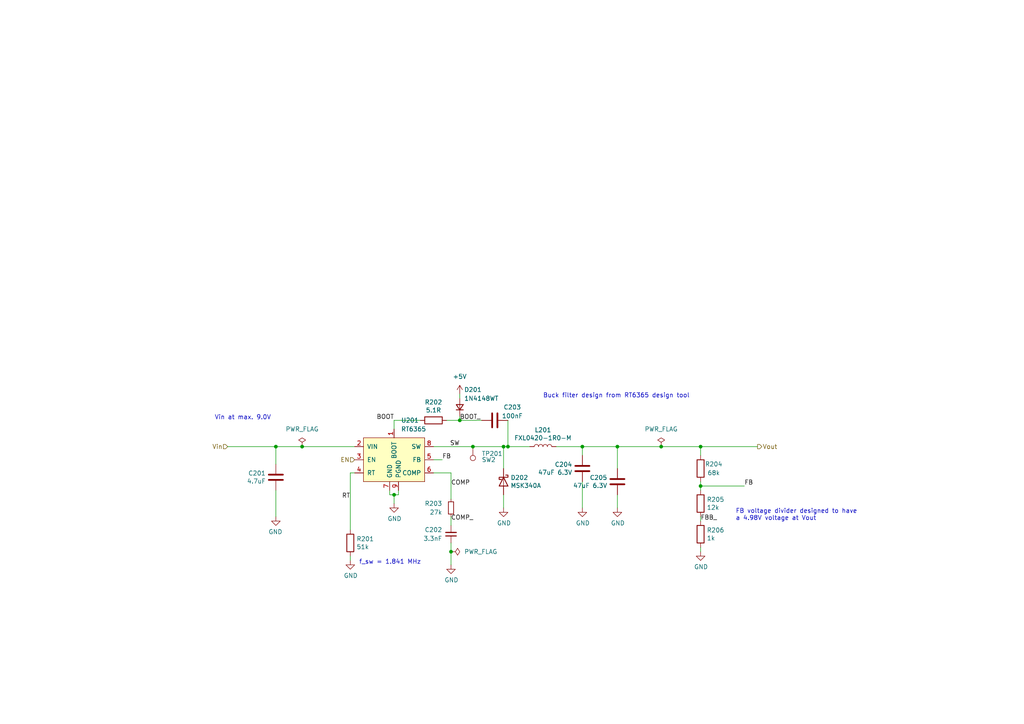
<source format=kicad_sch>
(kicad_sch (version 20230121) (generator eeschema)
  (paper "A4")
  (title_block (title "Sailor Hat for Raspberry Pi") (date "2023-02-12") (rev "v2.0.0") (company "Hat Labs Ltd") (comment 1 "https://creativecommons.org/licenses/by/4.0") (comment 2 "To view a copy of this license, visit ") (comment 3 "Sailor Hat for Raspberry Pi is licensed under CC BY 4.0."))
  (lib_symbols
    (symbol "Connector:TestPoint" (pin_numbers hide) (pin_names (offset 0.762) hide)
      (property "Reference" "TP" (at 0 6.858 0))
      (property "Value" "TestPoint" (at 0 5.08 0))
      (symbol "TestPoint_0_1"
        (circle (center 0 3.302) (radius 0.762))
      )
      (symbol "TestPoint_1_1"
        (pin passive line (at 0 0 90) (length 2.54) (name "1") (number "1"))
      )
    )
    (symbol "Device:C" (pin_numbers hide) (pin_names (offset 0.254))
      (property "Reference" "C" (at 0.635 2.54 0))
      (property "Value" "C" (at 0.635 -2.54 0))
      (symbol "C_0_1"
        (polyline (pts (xy -2.032 -0.762) (xy 2.032 -0.762)) (stroke (width 0.508)))
        (polyline (pts (xy -2.032 0.762) (xy 2.032 0.762)) (stroke (width 0.508)))
      )
      (symbol "C_1_1"
        (pin passive line (at 0 3.81 270) (length 2.794) (name "~") (number "1"))
        (pin passive line (at 0 -3.81 90) (length 2.794) (name "~") (number "2"))
      )
    )
    (symbol "Device:C_Small" (pin_numbers hide) (pin_names (offset 0.254) hide)
      (property "Reference" "C" (at 0.254 1.778 0))
      (property "Value" "C_Small" (at 0.254 -2.032 0))
      (symbol "C_Small_0_1"
        (polyline (pts (xy -1.524 -0.508) (xy 1.524 -0.508)) (stroke (width 0.3302)))
        (polyline (pts (xy -1.524 0.508) (xy 1.524 0.508)) (stroke (width 0.3048)))
      )
      (symbol "C_Small_1_1"
        (pin passive line (at 0 2.54 270) (length 2.032) (name "~") (number "1"))
        (pin passive line (at 0 -2.54 90) (length 2.032) (name "~") (number "2"))
      )
    )
    (symbol "Device:D_Schottky" (pin_numbers hide) (pin_names (offset 1.016) hide)
      (property "Reference" "D" (at 0 2.54 0))
      (property "Value" "D_Schottky" (at 0 -2.54 0))
      (symbol "D_Schottky_0_1"
        (polyline (pts (xy 1.27 0) (xy -1.27 0)))
        (polyline (pts (xy 1.27 1.27) (xy 1.27 -1.27) (xy -1.27 0) (xy 1.27 1.27)) (stroke (width 0.254)))
        (polyline (pts (xy -1.905 0.635) (xy -1.905 1.27) (xy -1.27 1.27) (xy -1.27 -1.27) (xy -0.635 -1.27) (xy -0.635 -0.635)) (stroke (width 0.254)))
      )
      (symbol "D_Schottky_1_1"
        (pin passive line (at -3.81 0 0) (length 2.54) (name "K") (number "1"))
        (pin passive line (at 3.81 0 180) (length 2.54) (name "A") (number "2"))
      )
    )
    (symbol "Device:D_Small" (pin_numbers hide) (pin_names (offset 0.254) hide)
      (property "Reference" "D" (at -1.27 2.032 0))
      (property "Value" "D_Small" (at -3.81 -2.032 0))
      (symbol "D_Small_0_1"
        (polyline (pts (xy -0.762 -1.016) (xy -0.762 1.016)) (stroke (width 0.254)))
        (polyline (pts (xy -0.762 0) (xy 0.762 0)))
        (polyline (pts (xy 0.762 -1.016) (xy -0.762 0) (xy 0.762 1.016) (xy 0.762 -1.016)) (stroke (width 0.254)))
      )
      (symbol "D_Small_1_1"
        (pin passive line (at -2.54 0 0) (length 1.778) (name "K") (number "1"))
        (pin passive line (at 2.54 0 180) (length 1.778) (name "A") (number "2"))
      )
    )
    (symbol "Device:L" (pin_numbers hide) (pin_names (offset 1.016) hide)
      (property "Reference" "L" (at -1.27 0 90))
      (property "Value" "L" (at 1.905 0 90))
      (symbol "L_0_1"
        (arc (start 0 -2.54) (mid 0.6323 -1.905) (end 0 -1.27))
        (arc (start 0 -1.27) (mid 0.6323 -0.635) (end 0 0))
        (arc (start 0 0) (mid 0.6323 0.635) (end 0 1.27))
        (arc (start 0 1.27) (mid 0.6323 1.905) (end 0 2.54))
      )
      (symbol "L_1_1"
        (pin passive line (at 0 3.81 270) (length 1.27) (name "1") (number "1"))
        (pin passive line (at 0 -3.81 90) (length 1.27) (name "2") (number "2"))
      )
    )
    (symbol "Device:R" (pin_numbers hide) (pin_names (offset 0))
      (property "Reference" "R" (at 2.032 0 90))
      (property "Value" "R" (at 0 0 90))
      (symbol "R_0_1"
        (rectangle (start -1.016 -2.54) (end 1.016 2.54) (stroke (width 0.254)))
      )
      (symbol "R_1_1"
        (pin passive line (at 0 3.81 270) (length 1.27) (name "~") (number "1"))
        (pin passive line (at 0 -3.81 90) (length 1.27) (name "~") (number "2"))
      )
    )
    (symbol "Device:R_Small" (pin_numbers hide) (pin_names (offset 0.254) hide)
      (property "Reference" "R" (at 0.762 0.508 0))
      (property "Value" "R_Small" (at 0.762 -1.016 0))
      (symbol "R_Small_0_1"
        (rectangle (start -0.762 1.778) (end 0.762 -1.778) (stroke (width 0.2032)))
      )
      (symbol "R_Small_1_1"
        (pin passive line (at 0 2.54 270) (length 0.762) (name "~") (number "1"))
        (pin passive line (at 0 -2.54 90) (length 0.762) (name "~") (number "2"))
      )
    )
    (symbol "SH-RPi:RT6365" (pin_names (offset 1.016))
      (property "Reference" "U" (at 2.54 10.16 0))
      (property "Value" "RT6365" (at 2.54 7.62 0))
      (symbol "RT6365_0_1"
        (rectangle (start -8.89 6.35) (end 8.89 -6.35) (fill (type background)))
      )
      (symbol "RT6365_1_1"
        (pin input line (at 0 8.89 270) (length 2.54) (name "BOOT") (number "1"))
        (pin power_in line (at -11.43 3.81 0) (length 2.54) (name "VIN") (number "2"))
        (pin input line (at -11.43 0 0) (length 2.54) (name "EN") (number "3"))
        (pin input line (at -11.43 -3.81 0) (length 2.54) (name "RT") (number "4"))
        (pin input line (at 11.43 0 180) (length 2.54) (name "FB") (number "5"))
        (pin output line (at 11.43 -3.81 180) (length 2.54) (name "COMP") (number "6"))
        (pin power_in line (at -1.27 -8.89 90) (length 2.54) (name "GND") (number "7"))
        (pin power_out line (at 11.43 3.81 180) (length 2.54) (name "SW") (number "8"))
        (pin power_in line (at 1.27 -8.89 90) (length 2.54) (name "PGND") (number "9"))
      )
    )
    (symbol "power:+5V" (power) (pin_names (offset 0))
      (property "Value" "+5V" (at 0 3.556 0))
      (symbol "+5V_0_1"
        (polyline (pts (xy -0.762 1.27) (xy 0 2.54)))
        (polyline (pts (xy 0 0) (xy 0 2.54)))
        (polyline (pts (xy 0 2.54) (xy 0.762 1.27)))
      )
      (symbol "+5V_1_1"
        (pin power_in line (at 0 0 90) (length 0) hide (name "+5V") (number "1"))
      )
    )
    (symbol "power:GND" (power) (pin_names (offset 0))
      (property "Value" "GND" (at 0 -3.81 0))
      (symbol "GND_0_1"
        (polyline (pts (xy 0 0) (xy 0 -1.27) (xy 1.27 -1.27) (xy 0 -2.54) (xy -1.27 -1.27) (xy 0 -1.27)))
      )
      (symbol "GND_1_1"
        (pin power_in line (at 0 0 270) (length 0) hide (name "GND") (number "1"))
      )
    )
    (symbol "power:PWR_FLAG" (power) (pin_numbers hide) (pin_names (offset 0) hide)
      (property "Value" "PWR_FLAG" (at 0 3.81 0))
      (symbol "PWR_FLAG_0_0"
        (pin power_out line (at 0 0 90) (length 0) (name "pwr") (number "1"))
      )
      (symbol "PWR_FLAG_0_1"
        (polyline (pts (xy 0 0) (xy 0 1.27) (xy -1.016 1.905) (xy 0 2.54) (xy 1.016 1.905) (xy 0 1.27)))
      )
    )
  )
  (junction (at 80.01 129.54))
  (junction (at 114.3 143.51))
  (junction (at 133.35 121.92))
  (junction (at 203.2 129.54))
  (junction (at 137.16 129.54))
  (junction (at 191.77 129.54))
  (junction (at 146.05 129.54))
  (junction (at 130.81 160.02))
  (junction (at 87.63 129.54))
  (junction (at 203.2 140.97))
  (junction (at 179.07 129.54))
  (junction (at 147.32 129.54))
  (junction (at 168.91 129.54))
  (wire (pts (xy 130.81 157.48) (xy 130.81 160.02)))
  (wire (pts (xy 137.16 129.54) (xy 146.05 129.54)))
  (wire (pts (xy 130.81 137.16) (xy 130.81 144.78)))
  (wire (pts (xy 203.2 140.97) (xy 203.2 142.24)))
  (wire (pts (xy 130.81 137.16) (xy 125.73 137.16)))
  (wire (pts (xy 168.91 139.7) (xy 168.91 147.32)))
  (wire (pts (xy 203.2 151.13) (xy 203.2 149.86)))
  (wire (pts (xy 133.35 121.92) (xy 129.54 121.92)))
  (wire (pts (xy 128.27 133.35) (xy 125.73 133.35)))
  (wire (pts (xy 125.73 129.54) (xy 137.16 129.54)))
  (wire (pts (xy 115.57 142.24) (xy 115.57 143.51)))
  (wire (pts (xy 203.2 139.7) (xy 203.2 140.97)))
  (wire (pts (xy 146.05 143.51) (xy 146.05 147.32)))
  (wire (pts (xy 146.05 135.89) (xy 146.05 129.54)))
  (wire (pts (xy 114.3 121.92) (xy 114.3 124.46)))
  (wire (pts (xy 101.6 162.56) (xy 101.6 161.29)))
  (wire (pts (xy 101.6 137.16) (xy 102.87 137.16)))
  (wire (pts (xy 147.32 129.54) (xy 153.67 129.54)))
  (wire (pts (xy 66.04 129.54) (xy 80.01 129.54)))
  (wire (pts (xy 130.81 160.02) (xy 130.81 163.83)))
  (wire (pts (xy 80.01 129.54) (xy 87.63 129.54)))
  (wire (pts (xy 87.63 129.54) (xy 102.87 129.54)))
  (wire (pts (xy 146.05 129.54) (xy 147.32 129.54)))
  (wire (pts (xy 203.2 160.02) (xy 203.2 158.75)))
  (wire (pts (xy 114.3 143.51) (xy 114.3 146.05)))
  (wire (pts (xy 168.91 132.08) (xy 168.91 129.54)))
  (wire (pts (xy 80.01 134.62) (xy 80.01 129.54)))
  (wire (pts (xy 113.03 143.51) (xy 114.3 143.51)))
  (wire (pts (xy 179.07 143.51) (xy 179.07 147.32)))
  (wire (pts (xy 80.01 142.24) (xy 80.01 149.86)))
  (wire (pts (xy 130.81 149.86) (xy 130.81 152.4)))
  (wire (pts (xy 161.29 129.54) (xy 168.91 129.54)))
  (wire (pts (xy 114.3 121.92) (xy 121.92 121.92)))
  (wire (pts (xy 168.91 129.54) (xy 179.07 129.54)))
  (wire (pts (xy 101.6 153.67) (xy 101.6 137.16)))
  (wire (pts (xy 203.2 140.97) (xy 215.9 140.97)))
  (wire (pts (xy 147.32 121.92) (xy 147.32 129.54)))
  (wire (pts (xy 179.07 135.89) (xy 179.07 129.54)))
  (wire (pts (xy 203.2 132.08) (xy 203.2 129.54)))
  (wire (pts (xy 139.7 121.92) (xy 133.35 121.92)))
  (wire (pts (xy 191.77 129.54) (xy 203.2 129.54)))
  (wire (pts (xy 113.03 142.24) (xy 113.03 143.51)))
  (wire (pts (xy 133.35 114.3) (xy 133.35 115.57)))
  (wire (pts (xy 133.35 120.65) (xy 133.35 121.92)))
  (wire (pts (xy 203.2 129.54) (xy 219.71 129.54)))
  (wire (pts (xy 179.07 129.54) (xy 191.77 129.54)))
  (wire (pts (xy 114.3 143.51) (xy 115.57 143.51)))
  (text "FB voltage divider designed to have\na 4.98V voltage at Vout" (at 213.36 151.13 0) (effects (font (size 1.27 1.27)) (justify left bottom)))
  (text "Vin at max. 9.0V" (at 62.23 121.92 0) (effects (font (size 1.27 1.27)) (justify left bottom)))
  (text "Buck filter design from RT6365 design tool" (at 157.48 115.57 0) (effects (font (size 1.27 1.27)) (justify left bottom)))
  (text "f_sw = 1.841 MHz" (at 104.14 163.83 0) (effects (font (size 1.27 1.27)) (justify left bottom)))
  (label "COMP_" (at 130.81 151.13 0))
  (label "RT" (at 101.6 144.78 180))
  (label "COMP" (at 130.81 140.97 0))
  (label "FB" (at 215.9 140.97 0))
  (label "FBB_" (at 203.2 151.13 0))
  (label "FB" (at 128.27 133.35 0))
  (label "BOOT_" (at 133.35 121.92 0))
  (label "BOOT" (at 114.3 121.92 180))
  (label "SW" (at 133.35 129.54 180))
  (hierarchical_label "EN" (shape input) (at 102.87 133.35 180))
  (hierarchical_label "Vin" (shape input) (at 66.04 129.54 180))
  (hierarchical_label "Vout" (shape output) (at 219.71 129.54 0))
  (symbol (lib_id "power:GND") (at 168.91 147.32 0) (unit 1)
    (property "Reference" "#PWR0207" (effects hide))
    (property "Value" "GND" (at 169.037 151.7142 0))
  )
  (symbol (lib_id "Device:D_Schottky") (at 146.05 139.7 270) (unit 1)
    (property "Reference" "D202" (at 148.082 138.5316 90) (effects (justify left)))
    (property "Value" "MSK340A" (at 148.082 140.843 90) (effects (justify left)))
    (property "Footprint" "Diode_SMD:D_SMA" (effects hide))
    (property "LCSC" "C434027" (effects hide))
  )
  (symbol (lib_id "Device:C") (at 179.07 139.7 0) (mirror y) (unit 1)
    (property "Reference" "C205" (at 176.149 138.5316 0) (effects (justify left)))
    (property "Value" "47uF 6.3V" (at 176.149 140.843 0) (effects (justify left)))
    (property "Footprint" "Capacitor_SMD:C_1210_3225Metric" (effects hide))
    (property "LCSC" "C77101" (effects hide))
  )
  (symbol (lib_id "Device:R") (at 101.6 157.48 0) (unit 1)
    (property "Reference" "R201" (at 103.378 156.3116 0) (effects (justify left)))
    (property "Value" "51k" (at 103.378 158.623 0) (effects (justify left)))
    (property "Footprint" "Resistor_SMD:R_0402_1005Metric" (effects hide))
    (property "LCSC" "C25794" (effects hide))
  )
  (symbol (lib_id "power:GND") (at 114.3 146.05 0) (unit 1)
    (property "Reference" "#PWR0203" (effects hide))
    (property "Value" "GND" (at 114.427 150.4442 0))
  )
  (symbol (lib_id "SH-RPi:RT6365") (at 114.3 133.35 0) (unit 1)
    (property "Reference" "U201" (at 116.3194 121.92 0) (effects (justify left)))
    (property "Value" "RT6365" (at 116.3194 124.46 0) (effects (justify left)))
    (property "Footprint" "Package_SO:SOIC-8-1EP_3.9x4.9mm_P1.27mm_EP2.41x3.3mm_ThermalVias" (effects hide))
    (property "LCSC" "C3024482" (effects hide))
  )
  (symbol (lib_id "power:PWR_FLAG") (at 87.63 129.54 0) (unit 1)
    (property "Reference" "#FLG0201" (effects hide))
    (property "Value" "PWR_FLAG" (at 87.63 124.46 0))
  )
  (symbol (lib_id "Device:D_Small") (at 133.35 118.11 90) (unit 1)
    (property "Reference" "D201" (at 134.62 113.03 90) (effects (justify right)))
    (property "Value" "1N4148WT" (at 134.62 115.57 90) (effects (justify right)))
    (property "Footprint" "Diode_SMD:D_SOD-523" (effects hide))
    (property "LCSC" "C414017" (effects hide))
  )
  (symbol (lib_id "Device:C") (at 143.51 121.92 270) (unit 1)
    (property "Reference" "C203" (at 148.59 118.11 90))
    (property "Value" "100nF" (at 148.59 120.65 90))
    (property "Footprint" "Capacitor_SMD:C_0603_1608Metric" (effects hide))
    (property "LCSC" "C14663" (effects hide))
  )
  (symbol (lib_id "Device:R") (at 203.2 135.89 0) (unit 1)
    (property "Reference" "R204" (at 207.01 134.62 0))
    (property "Value" "68k" (at 207.01 137.16 0))
    (property "Footprint" "Resistor_SMD:R_0402_1005Metric" (effects hide))
    (property "LCSC" "C36871" (effects hide))
  )
  (symbol (lib_id "power:GND") (at 130.81 163.83 0) (unit 1)
    (property "Reference" "#PWR0204" (effects hide))
    (property "Value" "GND" (at 130.937 168.2242 0))
  )
  (symbol (lib_id "Device:R") (at 203.2 154.94 0) (unit 1)
    (property "Reference" "R206" (at 204.978 153.7716 0) (effects (justify left)))
    (property "Value" "1k" (at 204.978 156.083 0) (effects (justify left)))
    (property "Footprint" "Resistor_SMD:R_0402_1005Metric" (effects hide))
    (property "LCSC" "C11702" (effects hide))
  )
  (symbol (lib_id "Device:R_Small") (at 130.81 147.32 0) (mirror x) (unit 1)
    (property "Reference" "R203" (at 128.27 146.0499 0) (effects (justify right)))
    (property "Value" "27k" (at 128.27 148.5899 0) (effects (justify right)))
    (property "Footprint" "Resistor_SMD:R_0402_1005Metric" (effects hide))
    (property "LCSC" "C25771" (effects hide))
  )
  (symbol (lib_id "power:GND") (at 80.01 149.86 0) (mirror y) (unit 1)
    (property "Reference" "#PWR0201" (effects hide))
    (property "Value" "GND" (at 79.883 154.2542 0))
  )
  (symbol (lib_id "power:GND") (at 203.2 160.02 0) (unit 1)
    (property "Reference" "#PWR0209" (effects hide))
    (property "Value" "GND" (at 203.327 164.4142 0))
  )
  (symbol (lib_id "Device:C") (at 168.91 135.89 0) (mirror y) (unit 1)
    (property "Reference" "C204" (at 165.989 134.7216 0) (effects (justify left)))
    (property "Value" "47uF 6.3V" (at 165.989 137.033 0) (effects (justify left)))
    (property "Footprint" "Capacitor_SMD:C_1210_3225Metric" (effects hide))
    (property "LCSC" "C77101" (effects hide))
  )
  (symbol (lib_id "Device:C") (at 80.01 138.43 0) (mirror y) (unit 1)
    (property "Reference" "C201" (at 77.089 137.2616 0) (effects (justify left)))
    (property "Value" "4.7uF" (at 77.089 139.573 0) (effects (justify left)))
    (property "Footprint" "Capacitor_SMD:C_0603_1608Metric" (effects hide))
    (property "LCSC" "C19666" (effects hide))
  )
  (symbol (lib_id "Device:C_Small") (at 130.81 154.94 0) (mirror x) (unit 1)
    (property "Reference" "C202" (at 128.27 153.6635 0) (effects (justify right)))
    (property "Value" "3.3nF" (at 128.27 156.2035 0) (effects (justify right)))
    (property "Footprint" "Capacitor_SMD:C_0402_1005Metric" (effects hide))
    (property "LCSC" "C26404" (effects hide))
  )
  (symbol (lib_id "power:GND") (at 179.07 147.32 0) (unit 1)
    (property "Reference" "#PWR0208" (effects hide))
    (property "Value" "GND" (at 179.197 151.7142 0))
  )
  (symbol (lib_id "Device:R") (at 125.73 121.92 270) (unit 1)
    (property "Reference" "R202" (at 125.73 116.6622 90))
    (property "Value" "5.1R" (at 125.73 118.9736 90))
    (property "Footprint" "Resistor_SMD:R_0603_1608Metric" (effects hide))
    (property "LCSC" "C25197" (effects hide))
  )
  (symbol (lib_id "power:PWR_FLAG") (at 130.81 160.02 270) (unit 1)
    (property "Reference" "#FLG0202" (effects hide))
    (property "Value" "PWR_FLAG" (at 134.62 160.0199 90) (effects (justify left)))
  )
  (symbol (lib_id "power:GND") (at 146.05 147.32 0) (unit 1)
    (property "Reference" "#PWR0206" (effects hide))
    (property "Value" "GND" (at 146.177 151.7142 0))
  )
  (symbol (lib_id "power:PWR_FLAG") (at 191.77 129.54 0) (unit 1)
    (property "Reference" "#FLG0203" (effects hide))
    (property "Value" "PWR_FLAG" (at 191.77 124.46 0))
  )
  (symbol (lib_id "Device:L") (at 157.48 129.54 90) (unit 1)
    (property "Reference" "L201" (at 157.48 124.714 90))
    (property "Value" "FXL0420-1R0-M" (at 157.48 127.0254 90))
    (property "Footprint" "SH-RPi:L_MWSA0402" (effects hide))
    (property "LCSC" "C167203" (effects hide))
  )
  (symbol (lib_id "Device:R") (at 203.2 146.05 0) (unit 1)
    (property "Reference" "R205" (at 204.978 144.8816 0) (effects (justify left)))
    (property "Value" "12k" (at 204.978 147.193 0) (effects (justify left)))
    (property "Footprint" "Resistor_SMD:R_0402_1005Metric" (effects hide))
    (property "LCSC" "C25752" (effects hide))
  )
  (symbol (lib_id "Connector:TestPoint") (at 137.16 129.54 180) (unit 1)
    (property "Reference" "TP201" (at 139.7 131.5719 0) (effects (justify right)))
    (property "Value" "SW2" (at 139.7 133.35 0) (effects (justify right)))
    (property "Footprint" "TestPoint:TestPoint_Pad_D2.0mm" (effects hide))
  )
  (symbol (lib_id "power:+5V") (at 133.35 114.3 0) (unit 1)
    (property "Reference" "#PWR0205" (effects hide))
    (property "Value" "+5V" (at 133.35 109.22 0))
  )
  (symbol (lib_id "power:GND") (at 101.6 162.56 0) (unit 1)
    (property "Reference" "#PWR0202" (effects hide))
    (property "Value" "GND" (at 101.727 166.9542 0))
  )
)
</source>
